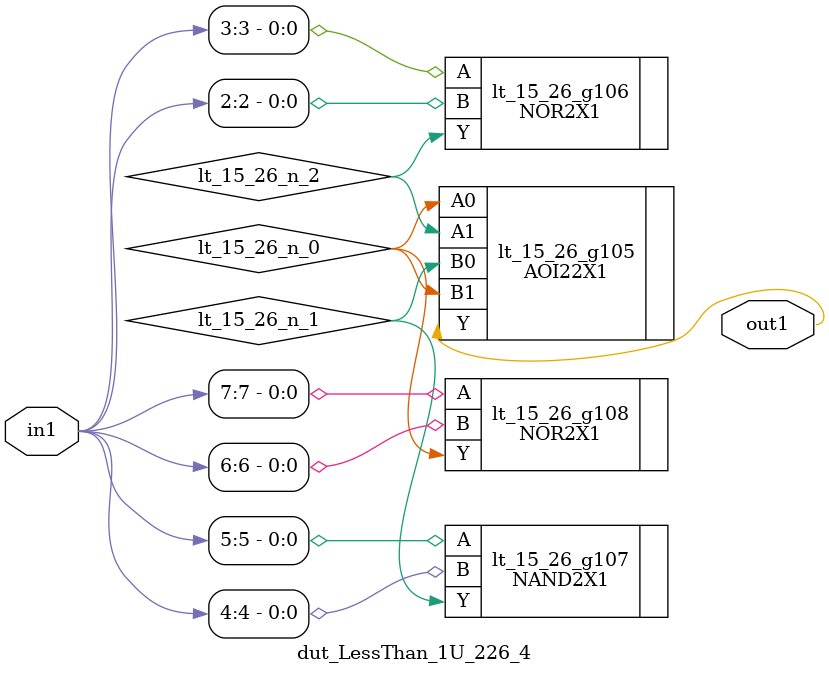
<source format=v>
`timescale 1ps / 1ps


module dut_LessThan_1U_226_4(in1, out1);
  input [7:0] in1;
  output out1;
  wire [7:0] in1;
  wire out1;
  wire lt_15_26_n_0, lt_15_26_n_1, lt_15_26_n_2;
  AOI22X1 lt_15_26_g105(.A0 (lt_15_26_n_0), .A1 (lt_15_26_n_2), .B0
       (lt_15_26_n_1), .B1 (lt_15_26_n_0), .Y (out1));
  NOR2X1 lt_15_26_g106(.A (in1[3]), .B (in1[2]), .Y (lt_15_26_n_2));
  NAND2X1 lt_15_26_g107(.A (in1[5]), .B (in1[4]), .Y (lt_15_26_n_1));
  NOR2X1 lt_15_26_g108(.A (in1[7]), .B (in1[6]), .Y (lt_15_26_n_0));
endmodule



</source>
